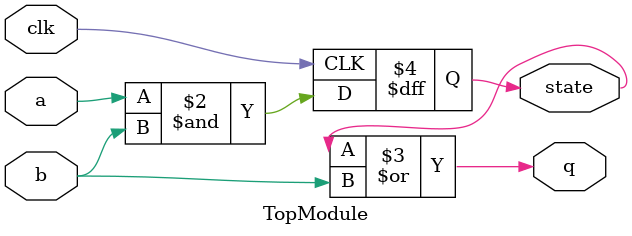
<source format=sv>
module TopModule
(
  input  logic clk,
  input  logic a,
  input  logic b,
  output logic q,
  output logic state
);

  // Sequential logic

  always @( posedge clk ) begin
    state <= a & b;
  end

  // Combinational logic

  assign q = state | b;

endmodule
</source>
